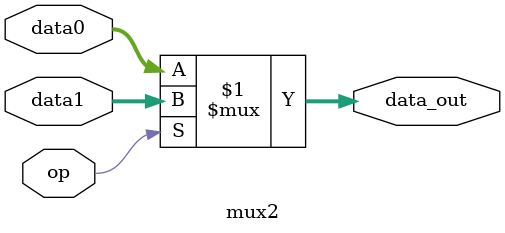
<source format=v>
module mux2(data0, data1, data_out, op);
     input [31:0] data0, data1;
     input op;
     output [31:0] data_out;
     assign data_out = op ? data1 : data0;
endmodule
</source>
